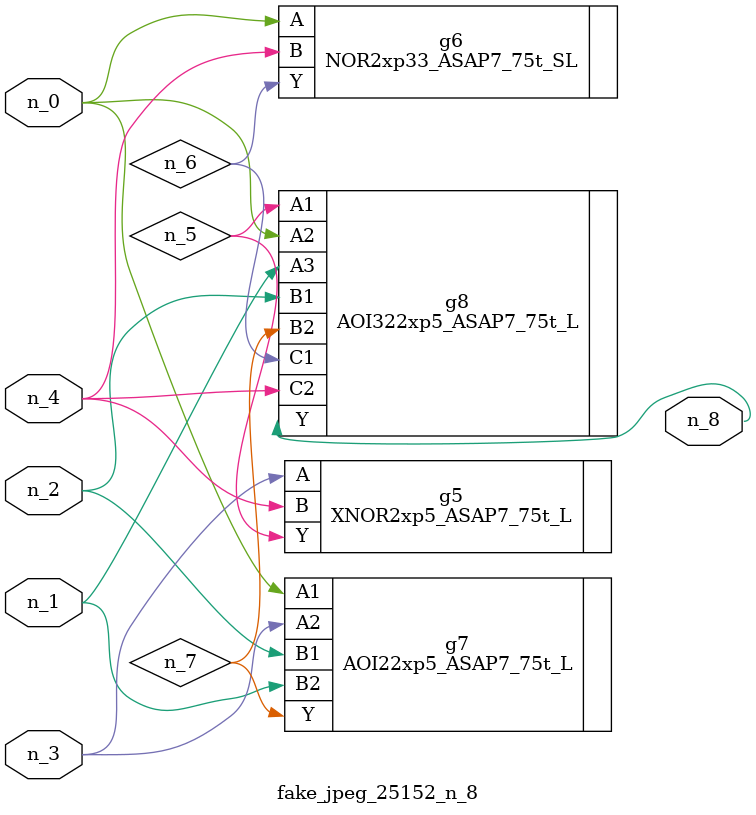
<source format=v>
module fake_jpeg_25152_n_8 (n_3, n_2, n_1, n_0, n_4, n_8);

input n_3;
input n_2;
input n_1;
input n_0;
input n_4;

output n_8;

wire n_6;
wire n_5;
wire n_7;

XNOR2xp5_ASAP7_75t_L g5 ( 
.A(n_3),
.B(n_4),
.Y(n_5)
);

NOR2xp33_ASAP7_75t_SL g6 ( 
.A(n_0),
.B(n_4),
.Y(n_6)
);

AOI22xp5_ASAP7_75t_L g7 ( 
.A1(n_0),
.A2(n_3),
.B1(n_2),
.B2(n_1),
.Y(n_7)
);

AOI322xp5_ASAP7_75t_L g8 ( 
.A1(n_5),
.A2(n_0),
.A3(n_1),
.B1(n_2),
.B2(n_7),
.C1(n_6),
.C2(n_4),
.Y(n_8)
);


endmodule
</source>
